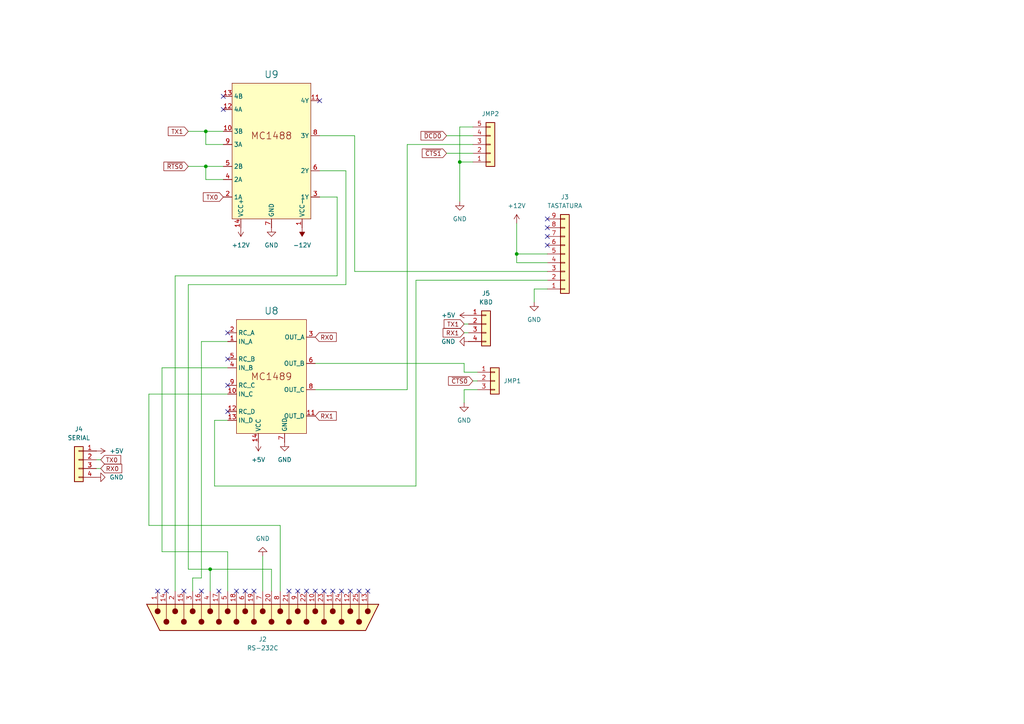
<source format=kicad_sch>
(kicad_sch (version 20231120) (generator "eeschema") (generator_version "8.0")
  (paper "A4")
  (lib_symbols
    (symbol "Connector:DB25_Plug" (pin_names (offset 1.016) hide)
      (property "Reference" "J" (at 0 34.29 0))
      (property "Value" "DB25_Plug" (at 0 -34.925 0))
      (symbol "DB25_Plug_0_1"
        (circle (center -1.778 -30.48) (radius 0.762) (fill (type outline)))
        (circle (center -1.778 -25.4) (radius 0.762) (fill (type outline)))
        (circle (center -1.778 -20.32) (radius 0.762) (fill (type outline)))
        (circle (center -1.778 -15.24) (radius 0.762) (fill (type outline)))
        (circle (center -1.778 -10.16) (radius 0.762) (fill (type outline)))
        (circle (center -1.778 -5.08) (radius 0.762) (fill (type outline)))
        (circle (center -1.778 0) (radius 0.762) (fill (type outline)))
        (circle (center -1.778 5.08) (radius 0.762) (fill (type outline)))
        (circle (center -1.778 10.16) (radius 0.762) (fill (type outline)))
        (circle (center -1.778 15.24) (radius 0.762) (fill (type outline)))
        (circle (center -1.778 20.32) (radius 0.762) (fill (type outline)))
        (circle (center -1.778 25.4) (radius 0.762) (fill (type outline)))
        (circle (center -1.778 30.48) (radius 0.762) (fill (type outline)))
        (polyline (pts (xy -3.81 -30.48) (xy -2.54 -30.48)))
        (polyline (pts (xy -3.81 -27.94) (xy 0.508 -27.94)))
        (polyline (pts (xy -3.81 -25.4) (xy -2.54 -25.4)))
        (polyline (pts (xy -3.81 -22.86) (xy 0.508 -22.86)))
        (polyline (pts (xy -3.81 -20.32) (xy -2.54 -20.32)))
        (polyline (pts (xy -3.81 -17.78) (xy 0.508 -17.78)))
        (polyline (pts (xy -3.81 -15.24) (xy -2.54 -15.24)))
        (polyline (pts (xy -3.81 -12.7) (xy 0.508 -12.7)))
        (polyline (pts (xy -3.81 -10.16) (xy -2.54 -10.16)))
        (polyline (pts (xy -3.81 -7.62) (xy 0.508 -7.62)))
        (polyline (pts (xy -3.81 -5.08) (xy -2.54 -5.08)))
        (polyline (pts (xy -3.81 -2.54) (xy 0.508 -2.54)))
        (polyline (pts (xy -3.81 0) (xy -2.54 0)))
        (polyline (pts (xy -3.81 2.54) (xy 0.508 2.54)))
        (polyline (pts (xy -3.81 5.08) (xy -2.54 5.08)))
        (polyline (pts (xy -3.81 7.62) (xy 0.508 7.62)))
        (polyline (pts (xy -3.81 10.16) (xy -2.54 10.16)))
        (polyline (pts (xy -3.81 12.7) (xy 0.508 12.7)))
        (polyline (pts (xy -3.81 15.24) (xy -2.54 15.24)))
        (polyline (pts (xy -3.81 17.78) (xy 0.508 17.78)))
        (polyline (pts (xy -3.81 20.32) (xy -2.54 20.32)))
        (polyline (pts (xy -3.81 22.86) (xy 0.508 22.86)))
        (polyline (pts (xy -3.81 25.4) (xy -2.54 25.4)))
        (polyline (pts (xy -3.81 27.94) (xy 0.508 27.94)))
        (polyline (pts (xy -3.81 30.48) (xy -2.54 30.48)))
        (polyline (pts (xy -3.81 -33.655) (xy 3.81 -29.845) (xy 3.81 29.845) (xy -3.81 33.655) (xy -3.81 -33.655)) (stroke (width 0.254)) (fill (type background)))
        (circle (center 1.27 -27.94) (radius 0.762) (fill (type outline)))
        (circle (center 1.27 -22.86) (radius 0.762) (fill (type outline)))
        (circle (center 1.27 -17.78) (radius 0.762) (fill (type outline)))
        (circle (center 1.27 -12.7) (radius 0.762) (fill (type outline)))
        (circle (center 1.27 -7.62) (radius 0.762) (fill (type outline)))
        (circle (center 1.27 -2.54) (radius 0.762) (fill (type outline)))
        (circle (center 1.27 2.54) (radius 0.762) (fill (type outline)))
        (circle (center 1.27 7.62) (radius 0.762) (fill (type outline)))
        (circle (center 1.27 12.7) (radius 0.762) (fill (type outline)))
        (circle (center 1.27 17.78) (radius 0.762) (fill (type outline)))
        (circle (center 1.27 22.86) (radius 0.762) (fill (type outline)))
        (circle (center 1.27 27.94) (radius 0.762) (fill (type outline)))
      )
      (symbol "DB25_Plug_1_1"
        (pin passive line (at -7.62 -30.48 0) (length 3.81) (name "1") (number "1"))
        (pin passive line (at -7.62 15.24 0) (length 3.81) (name "10") (number "10"))
        (pin passive line (at -7.62 20.32 0) (length 3.81) (name "11") (number "11"))
        (pin passive line (at -7.62 25.4 0) (length 3.81) (name "12") (number "12"))
        (pin passive line (at -7.62 30.48 0) (length 3.81) (name "13") (number "13"))
        (pin passive line (at -7.62 -27.94 0) (length 3.81) (name "P14") (number "14"))
        (pin passive line (at -7.62 -22.86 0) (length 3.81) (name "P15") (number "15"))
        (pin passive line (at -7.62 -17.78 0) (length 3.81) (name "P16") (number "16"))
        (pin passive line (at -7.62 -12.7 0) (length 3.81) (name "P17") (number "17"))
        (pin passive line (at -7.62 -7.62 0) (length 3.81) (name "P18") (number "18"))
        (pin passive line (at -7.62 -2.54 0) (length 3.81) (name "P19") (number "19"))
        (pin passive line (at -7.62 -25.4 0) (length 3.81) (name "2") (number "2"))
        (pin passive line (at -7.62 2.54 0) (length 3.81) (name "P20") (number "20"))
        (pin passive line (at -7.62 7.62 0) (length 3.81) (name "P21") (number "21"))
        (pin passive line (at -7.62 12.7 0) (length 3.81) (name "P22") (number "22"))
        (pin passive line (at -7.62 17.78 0) (length 3.81) (name "P23") (number "23"))
        (pin passive line (at -7.62 22.86 0) (length 3.81) (name "P24") (number "24"))
        (pin passive line (at -7.62 27.94 0) (length 3.81) (name "P25") (number "25"))
        (pin passive line (at -7.62 -20.32 0) (length 3.81) (name "3") (number "3"))
        (pin passive line (at -7.62 -15.24 0) (length 3.81) (name "4") (number "4"))
        (pin passive line (at -7.62 -10.16 0) (length 3.81) (name "5") (number "5"))
        (pin passive line (at -7.62 -5.08 0) (length 3.81) (name "6") (number "6"))
        (pin passive line (at -7.62 0 0) (length 3.81) (name "7") (number "7"))
        (pin passive line (at -7.62 5.08 0) (length 3.81) (name "8") (number "8"))
        (pin passive line (at -7.62 10.16 0) (length 3.81) (name "9") (number "9"))
      )
    )
    (symbol "Connector_Generic:Conn_01x03" (pin_names (offset 1.016) hide)
      (property "Reference" "J" (at 0 5.08 0))
      (property "Value" "Conn_01x03" (at 0 -5.08 0))
      (symbol "Conn_01x03_1_1"
        (rectangle (start -1.27 -2.413) (end 0 -2.667) (stroke (width 0.1524)))
        (rectangle (start -1.27 0.127) (end 0 -0.127) (stroke (width 0.1524)))
        (rectangle (start -1.27 2.667) (end 0 2.413) (stroke (width 0.1524)))
        (rectangle (start -1.27 3.81) (end 1.27 -3.81) (stroke (width 0.254)) (fill (type background)))
        (pin passive line (at -5.08 2.54 0) (length 3.81) (name "Pin_1") (number "1"))
        (pin passive line (at -5.08 0 0) (length 3.81) (name "Pin_2") (number "2"))
        (pin passive line (at -5.08 -2.54 0) (length 3.81) (name "Pin_3") (number "3"))
      )
    )
    (symbol "Connector_Generic:Conn_01x04" (pin_names (offset 1.016) hide)
      (property "Reference" "J" (at 0 5.08 0))
      (property "Value" "Conn_01x04" (at 0 -7.62 0))
      (symbol "Conn_01x04_1_1"
        (rectangle (start -1.27 -4.953) (end 0 -5.207) (stroke (width 0.1524)))
        (rectangle (start -1.27 -2.413) (end 0 -2.667) (stroke (width 0.1524)))
        (rectangle (start -1.27 0.127) (end 0 -0.127) (stroke (width 0.1524)))
        (rectangle (start -1.27 2.667) (end 0 2.413) (stroke (width 0.1524)))
        (rectangle (start -1.27 3.81) (end 1.27 -6.35) (stroke (width 0.254)) (fill (type background)))
        (pin passive line (at -5.08 2.54 0) (length 3.81) (name "Pin_1") (number "1"))
        (pin passive line (at -5.08 0 0) (length 3.81) (name "Pin_2") (number "2"))
        (pin passive line (at -5.08 -2.54 0) (length 3.81) (name "Pin_3") (number "3"))
        (pin passive line (at -5.08 -5.08 0) (length 3.81) (name "Pin_4") (number "4"))
      )
    )
    (symbol "Connector_Generic:Conn_01x05" (pin_names (offset 1.016) hide)
      (property "Reference" "J" (at 0 7.62 0))
      (property "Value" "Conn_01x05" (at 0 -7.62 0))
      (symbol "Conn_01x05_1_1"
        (rectangle (start -1.27 -4.953) (end 0 -5.207) (stroke (width 0.1524)))
        (rectangle (start -1.27 -2.413) (end 0 -2.667) (stroke (width 0.1524)))
        (rectangle (start -1.27 0.127) (end 0 -0.127) (stroke (width 0.1524)))
        (rectangle (start -1.27 2.667) (end 0 2.413) (stroke (width 0.1524)))
        (rectangle (start -1.27 5.207) (end 0 4.953) (stroke (width 0.1524)))
        (rectangle (start -1.27 6.35) (end 1.27 -6.35) (stroke (width 0.254)) (fill (type background)))
        (pin passive line (at -5.08 5.08 0) (length 3.81) (name "Pin_1") (number "1"))
        (pin passive line (at -5.08 2.54 0) (length 3.81) (name "Pin_2") (number "2"))
        (pin passive line (at -5.08 0 0) (length 3.81) (name "Pin_3") (number "3"))
        (pin passive line (at -5.08 -2.54 0) (length 3.81) (name "Pin_4") (number "4"))
        (pin passive line (at -5.08 -5.08 0) (length 3.81) (name "Pin_5") (number "5"))
      )
    )
    (symbol "Connector_Generic:Conn_01x09" (pin_names (offset 1.016) hide)
      (property "Reference" "J" (at 0 12.7 0))
      (property "Value" "Conn_01x09" (at 0 -12.7 0))
      (symbol "Conn_01x09_1_1"
        (rectangle (start -1.27 -10.033) (end 0 -10.287) (stroke (width 0.1524)))
        (rectangle (start -1.27 -7.493) (end 0 -7.747) (stroke (width 0.1524)))
        (rectangle (start -1.27 -4.953) (end 0 -5.207) (stroke (width 0.1524)))
        (rectangle (start -1.27 -2.413) (end 0 -2.667) (stroke (width 0.1524)))
        (rectangle (start -1.27 0.127) (end 0 -0.127) (stroke (width 0.1524)))
        (rectangle (start -1.27 2.667) (end 0 2.413) (stroke (width 0.1524)))
        (rectangle (start -1.27 5.207) (end 0 4.953) (stroke (width 0.1524)))
        (rectangle (start -1.27 7.747) (end 0 7.493) (stroke (width 0.1524)))
        (rectangle (start -1.27 10.287) (end 0 10.033) (stroke (width 0.1524)))
        (rectangle (start -1.27 11.43) (end 1.27 -11.43) (stroke (width 0.254)) (fill (type background)))
        (pin passive line (at -5.08 10.16 0) (length 3.81) (name "Pin_1") (number "1"))
        (pin passive line (at -5.08 7.62 0) (length 3.81) (name "Pin_2") (number "2"))
        (pin passive line (at -5.08 5.08 0) (length 3.81) (name "Pin_3") (number "3"))
        (pin passive line (at -5.08 2.54 0) (length 3.81) (name "Pin_4") (number "4"))
        (pin passive line (at -5.08 0 0) (length 3.81) (name "Pin_5") (number "5"))
        (pin passive line (at -5.08 -2.54 0) (length 3.81) (name "Pin_6") (number "6"))
        (pin passive line (at -5.08 -5.08 0) (length 3.81) (name "Pin_7") (number "7"))
        (pin passive line (at -5.08 -7.62 0) (length 3.81) (name "Pin_8") (number "8"))
        (pin passive line (at -5.08 -10.16 0) (length 3.81) (name "Pin_9") (number "9"))
      )
    )
    (symbol "TIM011:MC1488"
      (property "Reference" "U***" (at 0 -2.54 0))
      (property "Value" "MC1488" (at -41.91 -25.4 0))
      (symbol "MC1488_0_0"
        (pin power_in line (at 8.89 -22.86 90) (length 2.54) (name "VCC-") (number "1"))
        (pin input line (at -13.97 5.08 0) (length 2.54) (name "3B") (number "10"))
        (pin output line (at 13.97 13.97 180) (length 2.54) (name "4Y") (number "11"))
        (pin input line (at -13.97 11.43 0) (length 2.54) (name "4A") (number "12"))
        (pin input line (at -13.97 15.24 0) (length 2.54) (name "4B") (number "13"))
        (pin power_in line (at -8.89 -22.86 90) (length 2.54) (name "VCC+") (number "14"))
        (pin input line (at -13.97 -13.97 0) (length 2.54) (name "1A") (number "2"))
        (pin output line (at 13.97 -13.97 180) (length 2.54) (name "1Y") (number "3"))
        (pin input line (at -13.97 -8.89 0) (length 2.54) (name "2A") (number "4"))
        (pin input line (at -13.97 -5.08 0) (length 2.54) (name "2B") (number "5"))
        (pin output line (at 13.97 -6.35 180) (length 2.54) (name "2Y") (number "6"))
        (pin power_in line (at 0 -22.86 90) (length 2.54) (name "GND") (number "7"))
        (pin output line (at 13.97 3.81 180) (length 2.54) (name "3Y") (number "8"))
        (pin input line (at -13.97 1.27 0) (length 2.54) (name "3A") (number "9"))
      )
      (symbol "MC1488_1_1"
        (rectangle (start -11.43 19.05) (end 11.43 -20.32) (fill (type background)))
        (text "MC1488" (at 0 3.81 0) (effects (font (size 2 2))))
      )
    )
    (symbol "TIM011:MC1489"
      (property "Reference" "U***" (at 0 -3.81 0))
      (symbol "MC1489_0_0"
        (pin input line (at -12.7 10.16 0) (length 2.54) (name "IN_A") (number "1"))
        (pin input line (at -12.7 -5.08 0) (length 2.54) (name "IN_C") (number "10"))
        (pin output line (at 12.7 -11.43 180) (length 2.54) (name "OUT_D") (number "11"))
        (pin input line (at -12.7 -10.16 0) (length 2.54) (name "RC_D") (number "12"))
        (pin input line (at -12.7 -12.7 0) (length 2.54) (name "IN_D") (number "13"))
        (pin power_in line (at -3.81 -19.05 90) (length 2.54) (name "VCC") (number "14"))
        (pin input line (at -12.7 12.7 0) (length 2.54) (name "RC_A") (number "2"))
        (pin output line (at 12.7 11.43 180) (length 2.54) (name "OUT_A") (number "3"))
        (pin input line (at -12.7 2.54 0) (length 2.54) (name "IN_B") (number "4"))
        (pin input line (at -12.7 5.08 0) (length 2.54) (name "RC_B") (number "5"))
        (pin output line (at 12.7 3.81 180) (length 2.54) (name "OUT_B") (number "6"))
        (pin power_in line (at 3.81 -19.05 90) (length 2.54) (name "GND") (number "7"))
        (pin output line (at 12.7 -3.81 180) (length 2.54) (name "OUT_C") (number "8"))
        (pin input line (at -12.7 -2.54 0) (length 2.54) (name "RC_C") (number "9"))
      )
      (symbol "MC1489_1_1"
        (rectangle (start -10.16 16.51) (end 10.16 -16.51) (fill (type background)))
        (text "MC1489" (at 0 0 0) (effects (font (size 2 2))))
      )
    )
    (symbol "power:+12V" (power) (pin_numbers hide) (pin_names (offset 0) hide)
      (property "Value" "+12V" (at 0 3.556 0))
      (symbol "+12V_0_1"
        (polyline (pts (xy -0.762 1.27) (xy 0 2.54)))
        (polyline (pts (xy 0 0) (xy 0 2.54)))
        (polyline (pts (xy 0 2.54) (xy 0.762 1.27)))
      )
      (symbol "+12V_1_1"
        (pin power_in line (at 0 0 90) (length 0) (name "~") (number "1"))
      )
    )
    (symbol "power:+5V" (power) (pin_numbers hide) (pin_names (offset 0) hide)
      (property "Value" "+5V" (at 0 3.556 0))
      (symbol "+5V_0_1"
        (polyline (pts (xy -0.762 1.27) (xy 0 2.54)))
        (polyline (pts (xy 0 0) (xy 0 2.54)))
        (polyline (pts (xy 0 2.54) (xy 0.762 1.27)))
      )
      (symbol "+5V_1_1"
        (pin power_in line (at 0 0 90) (length 0) (name "~") (number "1"))
      )
    )
    (symbol "power:-12V" (power) (pin_numbers hide) (pin_names (offset 0) hide)
      (property "Value" "-12V" (at 0 3.556 0))
      (symbol "-12V_0_0"
        (pin power_in line (at 0 0 90) (length 0) (name "~") (number "1"))
      )
      (symbol "-12V_0_1"
        (polyline (pts (xy 0 0) (xy 0 1.27) (xy 0.762 1.27) (xy 0 2.54) (xy -0.762 1.27) (xy 0 1.27)) (fill (type outline)))
      )
    )
    (symbol "power:GND" (power) (pin_numbers hide) (pin_names (offset 0) hide)
      (property "Value" "GND" (at 0 -3.81 0))
      (symbol "GND_0_1"
        (polyline (pts (xy 0 0) (xy 0 -1.27) (xy 1.27 -1.27) (xy 0 -2.54) (xy -1.27 -1.27) (xy 0 -1.27)))
      )
      (symbol "GND_1_1"
        (pin power_in line (at 0 0 270) (length 0) (name "~") (number "1"))
      )
    )
  )
  (junction (at 149.86 73.66))
  (junction (at 59.69 48.26))
  (junction (at 60.96 165.1))
  (junction (at 133.35 46.99))
  (junction (at 59.69 38.1))
  (no_connect (at 101.6 171.45))
  (no_connect (at 73.66 171.45))
  (no_connect (at 48.26 171.45))
  (no_connect (at 63.5 171.45))
  (no_connect (at 158.75 71.12))
  (no_connect (at 92.71 29.21))
  (no_connect (at 53.34 171.45))
  (no_connect (at 45.72 171.45))
  (no_connect (at 99.06 171.45))
  (no_connect (at 66.04 119.38))
  (no_connect (at 66.04 104.14))
  (no_connect (at 158.75 66.04))
  (no_connect (at 91.44 171.45))
  (no_connect (at 158.75 68.58))
  (no_connect (at 71.12 171.45))
  (no_connect (at 66.04 96.52))
  (no_connect (at 68.58 171.45))
  (no_connect (at 64.77 27.94))
  (no_connect (at 86.36 171.45))
  (no_connect (at 158.75 63.5))
  (no_connect (at 93.98 171.45))
  (no_connect (at 88.9 171.45))
  (no_connect (at 96.52 171.45))
  (no_connect (at 64.77 31.75))
  (no_connect (at 66.04 111.76))
  (no_connect (at 106.68 171.45))
  (no_connect (at 83.82 171.45))
  (no_connect (at 58.42 171.45))
  (no_connect (at 104.14 171.45))
  (wire (pts (xy 54.61 48.26) (xy 59.69 48.26)))
  (wire (pts (xy 133.35 36.83) (xy 133.35 46.99)))
  (wire (pts (xy 64.77 52.07) (xy 59.69 52.07)))
  (wire (pts (xy 97.79 57.15) (xy 97.79 80.01)))
  (wire (pts (xy 120.65 81.28) (xy 120.65 140.97)))
  (wire (pts (xy 29.21 135.89) (xy 27.94 135.89)))
  (wire (pts (xy 154.94 83.82) (xy 154.94 87.63)))
  (wire (pts (xy 134.62 96.52) (xy 135.89 96.52)))
  (wire (pts (xy 91.44 105.41) (xy 134.62 105.41)))
  (wire (pts (xy 81.28 152.4) (xy 81.28 171.45)))
  (wire (pts (xy 50.8 80.01) (xy 50.8 171.45)))
  (wire (pts (xy 60.96 165.1) (xy 78.74 165.1)))
  (wire (pts (xy 118.11 41.91) (xy 137.16 41.91)))
  (wire (pts (xy 59.69 38.1) (xy 59.69 41.91)))
  (wire (pts (xy 92.71 49.53) (xy 100.33 49.53)))
  (wire (pts (xy 120.65 81.28) (xy 158.75 81.28)))
  (wire (pts (xy 133.35 46.99) (xy 133.35 58.42)))
  (wire (pts (xy 97.79 80.01) (xy 50.8 80.01)))
  (wire (pts (xy 134.62 107.95) (xy 138.43 107.95)))
  (wire (pts (xy 137.16 110.49) (xy 138.43 110.49)))
  (wire (pts (xy 46.99 160.02) (xy 66.04 160.02)))
  (wire (pts (xy 100.33 49.53) (xy 100.33 82.55)))
  (wire (pts (xy 59.69 48.26) (xy 64.77 48.26)))
  (wire (pts (xy 137.16 36.83) (xy 133.35 36.83)))
  (wire (pts (xy 66.04 99.06) (xy 58.42 99.06)))
  (wire (pts (xy 102.87 78.74) (xy 102.87 39.37)))
  (wire (pts (xy 66.04 160.02) (xy 66.04 171.45)))
  (wire (pts (xy 133.35 46.99) (xy 137.16 46.99)))
  (wire (pts (xy 118.11 113.03) (xy 118.11 41.91)))
  (wire (pts (xy 158.75 83.82) (xy 154.94 83.82)))
  (wire (pts (xy 134.62 105.41) (xy 134.62 107.95)))
  (wire (pts (xy 58.42 167.64) (xy 55.88 167.64)))
  (wire (pts (xy 135.89 93.98) (xy 134.62 93.98)))
  (wire (pts (xy 76.2 161.29) (xy 76.2 171.45)))
  (wire (pts (xy 55.88 167.64) (xy 55.88 171.45)))
  (wire (pts (xy 59.69 52.07) (xy 59.69 48.26)))
  (wire (pts (xy 129.54 44.45) (xy 137.16 44.45)))
  (wire (pts (xy 149.86 76.2) (xy 158.75 76.2)))
  (wire (pts (xy 62.23 140.97) (xy 120.65 140.97)))
  (wire (pts (xy 100.33 82.55) (xy 54.61 82.55)))
  (wire (pts (xy 149.86 64.77) (xy 149.86 73.66)))
  (wire (pts (xy 54.61 82.55) (xy 54.61 165.1)))
  (wire (pts (xy 62.23 121.92) (xy 62.23 140.97)))
  (wire (pts (xy 59.69 38.1) (xy 64.77 38.1)))
  (wire (pts (xy 91.44 113.03) (xy 118.11 113.03)))
  (wire (pts (xy 149.86 73.66) (xy 149.86 76.2)))
  (wire (pts (xy 59.69 41.91) (xy 64.77 41.91)))
  (wire (pts (xy 58.42 99.06) (xy 58.42 167.64)))
  (wire (pts (xy 66.04 114.3) (xy 43.18 114.3)))
  (wire (pts (xy 134.62 113.03) (xy 134.62 116.84)))
  (wire (pts (xy 78.74 165.1) (xy 78.74 171.45)))
  (wire (pts (xy 60.96 165.1) (xy 60.96 171.45)))
  (wire (pts (xy 92.71 57.15) (xy 97.79 57.15)))
  (wire (pts (xy 129.54 39.37) (xy 137.16 39.37)))
  (wire (pts (xy 66.04 106.68) (xy 46.99 106.68)))
  (wire (pts (xy 46.99 106.68) (xy 46.99 160.02)))
  (wire (pts (xy 102.87 39.37) (xy 92.71 39.37)))
  (wire (pts (xy 102.87 78.74) (xy 158.75 78.74)))
  (wire (pts (xy 29.21 133.35) (xy 27.94 133.35)))
  (wire (pts (xy 43.18 114.3) (xy 43.18 152.4)))
  (wire (pts (xy 138.43 113.03) (xy 134.62 113.03)))
  (wire (pts (xy 66.04 121.92) (xy 62.23 121.92)))
  (wire (pts (xy 54.61 38.1) (xy 59.69 38.1)))
  (wire (pts (xy 149.86 73.66) (xy 158.75 73.66)))
  (wire (pts (xy 43.18 152.4) (xy 81.28 152.4)))
  (wire (pts (xy 54.61 165.1) (xy 60.96 165.1)))
  (global_label "~{RTS0}" (shape input) (at 54.61 48.26 180) (property "Intersheetrefs" "${INTERSHEET_REFS}" (effects (hide yes))))
  (global_label "RX1" (shape input) (at 91.44 120.65 0) (property "Intersheetrefs" "${INTERSHEET_REFS}" (effects (hide yes))))
  (global_label "TX1" (shape input) (at 54.61 38.1 180) (property "Intersheetrefs" "${INTERSHEET_REFS}" (effects (hide yes))))
  (global_label "RX0" (shape input) (at 91.44 97.79 0) (property "Intersheetrefs" "${INTERSHEET_REFS}" (effects (hide yes))))
  (global_label "TX1" (shape input) (at 134.62 93.98 180) (property "Intersheetrefs" "${INTERSHEET_REFS}" (effects (hide yes))))
  (global_label "RX0" (shape input) (at 29.21 135.89 0) (property "Intersheetrefs" "${INTERSHEET_REFS}" (effects (hide yes))))
  (global_label "RX1" (shape input) (at 134.62 96.52 180) (property "Intersheetrefs" "${INTERSHEET_REFS}" (effects (hide yes))))
  (global_label "~{DCD0}" (shape input) (at 129.54 39.37 180) (property "Intersheetrefs" "${INTERSHEET_REFS}" (effects (hide yes))))
  (global_label "~{CTS0}" (shape input) (at 137.16 110.49 180) (property "Intersheetrefs" "${INTERSHEET_REFS}" (effects (hide yes))))
  (global_label "~{CTS1}" (shape input) (at 129.54 44.45 180) (property "Intersheetrefs" "${INTERSHEET_REFS}" (effects (hide yes))))
  (global_label "TX0" (shape input) (at 64.77 57.15 180) (property "Intersheetrefs" "${INTERSHEET_REFS}" (effects (hide yes))))
  (global_label "TX0" (shape input) (at 29.21 133.35 0) (property "Intersheetrefs" "${INTERSHEET_REFS}" (effects (hide yes))))
  (symbol (lib_id "power:+12V") (at 69.85 66.04 180) (unit 1)
    (property "Reference" "#PWR036" (effects (hide yes)))
    (property "Value" "+12V" (at 69.85 71.12 0))
    (property "Description" "Power symbol creates a global label with name \"+12V\"" (effects (hide yes)))
  )
  (symbol (lib_id "TIM011:MC1488") (at 78.74 43.18 0) (unit 1)
    (property "Reference" "U9" (at 78.74 21.59 0) (effects (font (size 2 2))))
    (property "Value" "MC1488" (effects (hide yes)))
    (property "Footprint" "011TIM:DIP-14_W7.62mm" (effects (hide yes)))
  )
  (symbol (lib_id "Connector_Generic:Conn_01x03") (at 143.51 110.49 0) (unit 1)
    (property "Reference" "JMP1" (at 146.05 110.4899 0) (effects (justify left)))
    (property "Value" "Conn_01x03" (effects (hide yes)))
    (property "Footprint" "011TIM:PinHeader_1x03 2.54mm" (effects (hide yes)))
    (property "Description" "Generic connector, single row, 01x03, script generated (kicad-library-utils/schlib/autogen/connector/)" (effects (hide yes)))
  )
  (symbol (lib_id "power:GND") (at 76.2 161.29 180) (unit 1)
    (property "Reference" "#PWR038" (effects (hide yes)))
    (property "Value" "GND" (at 76.2 156.21 0))
    (property "Description" "Power symbol creates a global label with name \"GND\" , ground" (effects (hide yes)))
  )
  (symbol (lib_id "Connector:DB25_Plug") (at 76.2 179.07 270) (unit 1)
    (property "Reference" "J2" (at 76.2 185.42 90))
    (property "Value" "RS-232C" (at 76.2 187.96 90))
    (property "Footprint" "011TIM:RS232C" (effects (hide yes)))
    (property "Datasheet" " ~" (effects (hide yes)))
    (property "Description" "25-pin male plug pin D-SUB connector" (effects (hide yes)))
  )
  (symbol (lib_id "Connector_Generic:Conn_01x05") (at 142.24 41.91 0) (mirror x) (unit 1)
    (property "Reference" "JMP2" (at 142.24 33.02 0))
    (property "Footprint" "011TIM:PinHeader_1x05_2.54mm_Alt" (effects (hide yes)))
    (property "Description" "Generic connector, single row, 01x05, script generated (kicad-library-utils/schlib/autogen/connector/)" (effects (hide yes)))
  )
  (symbol (lib_id "power:+5V") (at 74.93 128.27 180) (unit 1)
    (property "Reference" "#PWR040" (effects (hide yes)))
    (property "Value" "+5V" (at 74.93 133.35 0))
    (property "Description" "Power symbol creates a global label with name \"+5V\"" (effects (hide yes)))
  )
  (symbol (lib_id "power:+5V") (at 27.94 130.81 270) (unit 1)
    (property "Reference" "#PWR0186" (effects (hide yes)))
    (property "Value" "+5V" (at 31.75 130.8099 90) (effects (justify left)))
    (property "Description" "Power symbol creates a global label with name \"+5V\"" (effects (hide yes)))
  )
  (symbol (lib_id "power:+12V") (at 149.86 64.77 0) (unit 1)
    (property "Reference" "#PWR033" (effects (hide yes)))
    (property "Value" "+12V" (at 149.86 59.69 0))
    (property "Description" "Power symbol creates a global label with name \"+12V\"" (effects (hide yes)))
  )
  (symbol (lib_id "power:GND") (at 135.89 99.06 270) (mirror x) (unit 1)
    (property "Reference" "#PWR0188" (effects (hide yes)))
    (property "Value" "GND" (at 132.08 99.0599 90) (effects (justify right)))
    (property "Description" "Power symbol creates a global label with name \"GND\" , ground" (effects (hide yes)))
  )
  (symbol (lib_id "power:GND") (at 133.35 58.42 0) (unit 1)
    (property "Reference" "#PWR034" (effects (hide yes)))
    (property "Value" "GND" (at 133.35 63.5 0))
    (property "Description" "Power symbol creates a global label with name \"GND\" , ground" (effects (hide yes)))
  )
  (symbol (lib_id "power:GND") (at 154.94 87.63 0) (unit 1)
    (property "Reference" "#PWR035" (effects (hide yes)))
    (property "Value" "GND" (at 154.94 92.71 0))
    (property "Description" "Power symbol creates a global label with name \"GND\" , ground" (effects (hide yes)))
  )
  (symbol (lib_id "power:GND") (at 27.94 138.43 90) (unit 1)
    (property "Reference" "#PWR0185" (effects (hide yes)))
    (property "Value" "GND" (at 31.75 138.4299 90) (effects (justify right)))
    (property "Description" "Power symbol creates a global label with name \"GND\" , ground" (effects (hide yes)))
  )
  (symbol (lib_id "Connector_Generic:Conn_01x04") (at 140.97 93.98 0) (unit 1)
    (property "Reference" "J5" (at 140.97 85.09 0))
    (property "Value" "KBD" (at 140.97 87.63 0))
    (property "Footprint" "011TIM:PinHeader_1x04_2.54mm" (effects (hide yes)))
    (property "Description" "Generic connector, single row, 01x04, script generated (kicad-library-utils/schlib/autogen/connector/)" (effects (hide yes)))
  )
  (symbol (lib_id "power:-12V") (at 87.63 66.04 180) (unit 1)
    (property "Reference" "#PWR032" (effects (hide yes)))
    (property "Value" "-12V" (at 87.63 71.12 0))
    (property "Description" "Power symbol creates a global label with name \"-12V\"" (effects (hide yes)))
  )
  (symbol (lib_id "power:GND") (at 78.74 66.04 0) (unit 1)
    (property "Reference" "#PWR037" (effects (hide yes)))
    (property "Value" "GND" (at 78.74 71.12 0))
    (property "Description" "Power symbol creates a global label with name \"GND\" , ground" (effects (hide yes)))
  )
  (symbol (lib_id "Connector_Generic:Conn_01x09") (at 163.83 73.66 0) (mirror x) (unit 1)
    (property "Reference" "J3" (at 163.83 57.15 0))
    (property "Value" "TASTATURA" (at 163.83 59.69 0))
    (property "Footprint" "011TIM:KEYBOARD2" (effects (hide yes)))
    (property "Description" "Generic connector, single row, 01x09, script generated (kicad-library-utils/schlib/autogen/connector/)" (effects (hide yes)))
  )
  (symbol (lib_id "Connector_Generic:Conn_01x04") (at 22.86 133.35 0) (mirror y) (unit 1)
    (property "Reference" "J4" (at 22.86 124.46 0))
    (property "Value" "SERIAL" (at 22.86 127 0))
    (property "Footprint" "011TIM:PinHeader_1x04_2.54mm" (effects (hide yes)))
    (property "Description" "Generic connector, single row, 01x04, script generated (kicad-library-utils/schlib/autogen/connector/)" (effects (hide yes)))
  )
  (symbol (lib_id "TIM011:MC1489") (at 78.74 109.22 0) (unit 1)
    (property "Reference" "U8" (at 78.74 90.17 0) (effects (font (size 2 2))))
    (property "Value" "MC1489" (effects (hide yes)))
    (property "Footprint" "011TIM:DIP-14_W7.62mm" (effects (hide yes)))
  )
  (symbol (lib_id "power:GND") (at 82.55 128.27 0) (unit 1)
    (property "Reference" "#PWR041" (effects (hide yes)))
    (property "Value" "GND" (at 82.55 133.35 0))
    (property "Description" "Power symbol creates a global label with name \"GND\" , ground" (effects (hide yes)))
  )
  (symbol (lib_id "power:+5V") (at 135.89 91.44 90) (mirror x) (unit 1)
    (property "Reference" "#PWR0187" (effects (hide yes)))
    (property "Value" "+5V" (at 132.08 91.4399 90) (effects (justify left)))
    (property "Description" "Power symbol creates a global label with name \"+5V\"" (effects (hide yes)))
  )
  (symbol (lib_id "power:GND") (at 134.62 116.84 0) (unit 1)
    (property "Reference" "#PWR039" (effects (hide yes)))
    (property "Value" "GND" (at 134.62 121.92 0))
    (property "Description" "Power symbol creates a global label with name \"GND\" , ground" (effects (hide yes)))
  )
)
</source>
